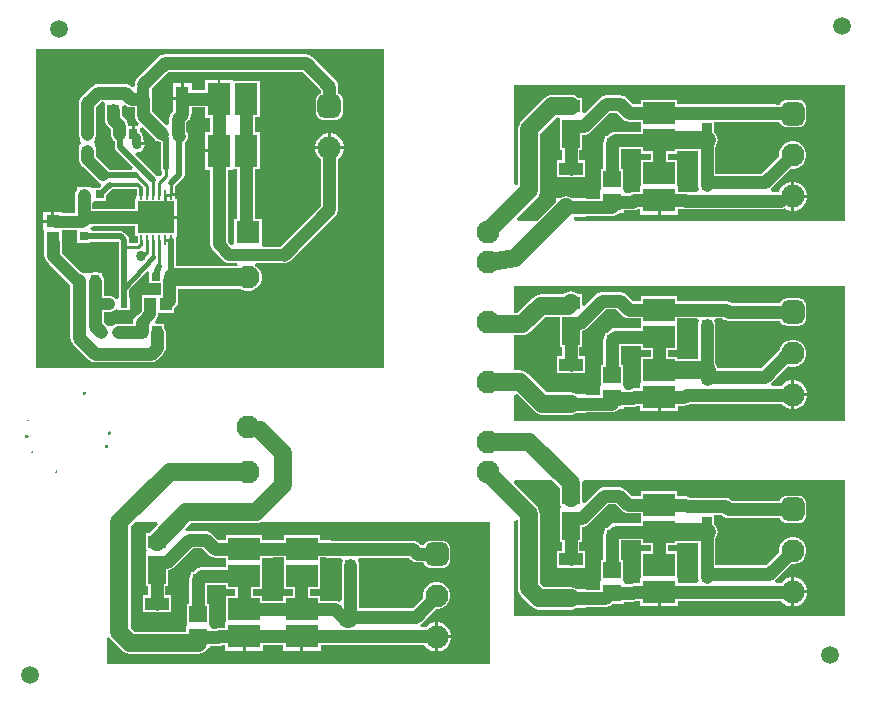
<source format=gtl>
G04*
G04 #@! TF.GenerationSoftware,Altium Limited,Altium Designer,23.1.1 (15)*
G04*
G04 Layer_Physical_Order=1*
G04 Layer_Color=255*
%FSLAX42Y42*%
%MOMM*%
G71*
G04*
G04 #@! TF.SameCoordinates,F7E502E2-2775-4CE4-A648-0EBC044B2D6D*
G04*
G04*
G04 #@! TF.FilePolarity,Positive*
G04*
G01*
G75*
%ADD11C,0.25*%
%ADD15C,0.50*%
%ADD20R,0.70X0.70*%
%ADD21R,1.00X1.10*%
%ADD22R,0.85X0.85*%
%ADD23R,2.71X1.90*%
%ADD24R,1.50X1.05*%
%ADD25R,1.50X2.40*%
%ADD26R,0.90X0.85*%
%ADD27R,2.05X1.10*%
%ADD28R,1.55X1.35*%
G04:AMPARAMS|DCode=29|XSize=0.91mm|YSize=0.24mm|CornerRadius=0.12mm|HoleSize=0mm|Usage=FLASHONLY|Rotation=270.000|XOffset=0mm|YOffset=0mm|HoleType=Round|Shape=RoundedRectangle|*
%AMROUNDEDRECTD29*
21,1,0.91,0.00,0,0,270.0*
21,1,0.67,0.24,0,0,270.0*
1,1,0.24,0.00,-0.33*
1,1,0.24,0.00,0.33*
1,1,0.24,0.00,0.33*
1,1,0.24,0.00,-0.33*
%
%ADD29ROUNDEDRECTD29*%
%ADD30R,0.24X0.91*%
%ADD31R,1.10X2.05*%
%ADD32R,1.10X0.90*%
%ADD33R,0.70X0.70*%
%ADD34R,0.85X0.90*%
%ADD35R,0.56X0.69*%
%ADD36R,1.90X2.71*%
%ADD37R,1.10X1.00*%
%ADD38R,0.80X0.95*%
%ADD39R,0.90X1.00*%
%ADD40R,0.90X0.70*%
%ADD41R,0.70X0.85*%
%ADD45R,3.10X2.70*%
%ADD58C,0.25*%
%ADD59C,1.50*%
%ADD60C,1.10*%
%ADD61C,0.30*%
%ADD62C,0.40*%
%ADD63C,1.00*%
%ADD64C,0.80*%
%ADD65C,1.52*%
%ADD66C,1.95*%
G04:AMPARAMS|DCode=67|XSize=1.95mm|YSize=1.95mm|CornerRadius=0.49mm|HoleSize=0mm|Usage=FLASHONLY|Rotation=270.000|XOffset=0mm|YOffset=0mm|HoleType=Round|Shape=RoundedRectangle|*
%AMROUNDEDRECTD67*
21,1,1.95,0.98,0,0,270.0*
21,1,0.98,1.95,0,0,270.0*
1,1,0.98,-0.49,-0.49*
1,1,0.98,-0.49,0.49*
1,1,0.98,0.49,0.49*
1,1,0.98,0.49,-0.49*
%
%ADD67ROUNDEDRECTD67*%
%ADD68C,1.94*%
%ADD69R,1.94X1.94*%
%ADD70C,0.86*%
G36*
X7100Y4050D02*
X4820D01*
X4807Y4075D01*
X4810Y4080D01*
X4908D01*
Y4087D01*
X5130D01*
X5149Y4090D01*
X5167Y4097D01*
X5182Y4109D01*
X5189Y4118D01*
X5233D01*
Y4137D01*
X5305D01*
X5324Y4140D01*
X5332Y4143D01*
X5342Y4147D01*
X5342Y4147D01*
X5369D01*
Y4100D01*
X5517D01*
Y4221D01*
X5543D01*
Y4100D01*
X5691D01*
Y4147D01*
X5743D01*
X5750Y4146D01*
X6561D01*
X6580Y4149D01*
X6591Y4154D01*
X6613Y4141D01*
X6644Y4133D01*
X6647D01*
Y4256D01*
Y4379D01*
X6644D01*
X6613Y4370D01*
X6585Y4354D01*
X6562Y4331D01*
X6546Y4303D01*
X6543Y4294D01*
X6485D01*
X6477Y4319D01*
X6480Y4322D01*
X6649Y4490D01*
X6675D01*
X6705Y4498D01*
X6731Y4513D01*
X6753Y4535D01*
X6768Y4561D01*
X6776Y4591D01*
Y4621D01*
X6768Y4650D01*
X6753Y4677D01*
X6731Y4698D01*
X6705Y4714D01*
X6675Y4721D01*
X6645D01*
X6616Y4714D01*
X6589Y4698D01*
X6568Y4677D01*
X6553Y4650D01*
X6545Y4621D01*
Y4595D01*
X6398Y4448D01*
X6004D01*
Y4674D01*
X6011Y4684D01*
X6021Y4706D01*
X6024Y4731D01*
X6021Y4755D01*
X6011Y4778D01*
X5996Y4797D01*
X5993Y4800D01*
Y4888D01*
X6485D01*
X6548Y4886D01*
X6553Y4873D01*
X6564Y4860D01*
X6578Y4849D01*
X6594Y4842D01*
X6611Y4840D01*
X6709D01*
X6726Y4842D01*
X6743Y4849D01*
X6757Y4860D01*
X6767Y4873D01*
X6774Y4890D01*
X6776Y4907D01*
Y5005D01*
X6774Y5022D01*
X6767Y5038D01*
X6757Y5052D01*
X6743Y5063D01*
X6726Y5070D01*
X6709Y5072D01*
X6611D01*
X6594Y5070D01*
X6578Y5063D01*
X6564Y5052D01*
X6553Y5038D01*
X6551Y5033D01*
X6488Y5035D01*
X6487Y5035D01*
X6486Y5035D01*
X5750D01*
X5743Y5035D01*
X5683D01*
Y5074D01*
X5377D01*
Y5035D01*
X5308D01*
X5252Y5090D01*
X5237Y5102D01*
X5227Y5106D01*
X5219Y5109D01*
X5200Y5112D01*
X5082D01*
X5062Y5109D01*
X5055Y5106D01*
X5045Y5102D01*
X5029Y5090D01*
X4899Y4960D01*
X4873Y4970D01*
Y5015D01*
X4874Y5021D01*
X4873Y5027D01*
Y5091D01*
X4841D01*
X4827Y5102D01*
X4804Y5111D01*
X4780Y5115D01*
X4625D01*
X4625Y5115D01*
X4601Y5111D01*
X4578Y5102D01*
X4559Y5087D01*
X4559Y5087D01*
X4363Y4892D01*
X4349Y4872D01*
X4339Y4850D01*
X4336Y4825D01*
X4336Y4825D01*
Y4356D01*
X4325Y4348D01*
X4300Y4361D01*
Y5200D01*
X7100D01*
Y4050D01*
D02*
G37*
G36*
X5226Y4909D02*
X5241Y4897D01*
X5259Y4890D01*
X5278Y4887D01*
X5278Y4887D01*
X5377D01*
Y4848D01*
X5377D01*
Y4844D01*
X5377D01*
Y4804D01*
X5158D01*
X5138Y4802D01*
X5131Y4799D01*
X5121Y4795D01*
X5105Y4783D01*
X5087Y4764D01*
X5070D01*
Y4744D01*
X5066Y4740D01*
X5062Y4730D01*
X5059Y4722D01*
X5057Y4703D01*
Y4557D01*
X5056Y4554D01*
Y4491D01*
X5035D01*
Y4320D01*
X5027Y4304D01*
X5027D01*
Y4235D01*
X4908D01*
Y4241D01*
X4788D01*
X4787Y4242D01*
X4764Y4251D01*
X4740Y4255D01*
X4716Y4251D01*
X4693Y4242D01*
X4692Y4241D01*
X4652D01*
Y4206D01*
X4497Y4050D01*
X4336D01*
X4326Y4073D01*
X4496Y4243D01*
X4511Y4262D01*
X4520Y4285D01*
X4524Y4309D01*
X4524Y4309D01*
Y4787D01*
X4664Y4927D01*
X4664D01*
X4687Y4921D01*
Y4645D01*
X4706D01*
Y4564D01*
X4660D01*
Y4418D01*
X4774D01*
X4779Y4417D01*
X4780D01*
X4785Y4418D01*
X4901D01*
Y4564D01*
X4853D01*
Y4645D01*
X4873D01*
Y4775D01*
X4892D01*
X4911Y4777D01*
X4928Y4785D01*
X4944Y4796D01*
X5112Y4965D01*
X5170D01*
X5226Y4909D01*
D02*
G37*
G36*
X5857Y4350D02*
X5859Y4331D01*
X5864Y4319D01*
X5853Y4295D01*
X5852Y4294D01*
X5757D01*
X5750Y4295D01*
X5691D01*
Y4341D01*
X5683D01*
Y4564D01*
X5605D01*
Y4618D01*
X5683D01*
Y4637D01*
X5857D01*
Y4350D01*
D02*
G37*
G36*
X5377Y4618D02*
X5457D01*
Y4564D01*
X5377D01*
Y4341D01*
X5369D01*
Y4295D01*
X5315D01*
X5296Y4292D01*
X5278Y4285D01*
X5278Y4285D01*
X5248D01*
X5233Y4304D01*
X5226Y4326D01*
Y4491D01*
X5203D01*
Y4551D01*
X5204Y4554D01*
Y4657D01*
X5377D01*
Y4618D01*
D02*
G37*
G36*
X7100Y2350D02*
X4300D01*
Y2572D01*
X4325Y2583D01*
X4474Y2435D01*
X4474Y2435D01*
X4493Y2420D01*
X4516Y2410D01*
X4540Y2407D01*
X4780D01*
X4804Y2410D01*
X4827Y2420D01*
X4828Y2420D01*
X4908D01*
Y2427D01*
X5130D01*
X5149Y2430D01*
X5167Y2437D01*
X5182Y2449D01*
X5185Y2453D01*
X5233D01*
Y2472D01*
X5305D01*
X5324Y2475D01*
X5332Y2478D01*
X5342Y2482D01*
X5342Y2482D01*
X5369D01*
Y2435D01*
X5517D01*
Y2556D01*
X5543D01*
Y2435D01*
X5691D01*
Y2482D01*
X5739D01*
X5758Y2485D01*
X5765Y2488D01*
X5776Y2492D01*
X5788Y2501D01*
X6551D01*
X6558Y2502D01*
X6561D01*
X6562Y2500D01*
X6585Y2478D01*
X6613Y2461D01*
X6644Y2453D01*
X6647D01*
Y2576D01*
Y2699D01*
X6644D01*
X6613Y2690D01*
X6585Y2674D01*
X6562Y2651D01*
X6561Y2650D01*
X6552D01*
X6545Y2649D01*
X6481D01*
X6473Y2674D01*
X6475Y2676D01*
X6617Y2818D01*
X6645Y2810D01*
X6675D01*
X6705Y2818D01*
X6731Y2833D01*
X6753Y2855D01*
X6768Y2881D01*
X6776Y2911D01*
Y2941D01*
X6768Y2970D01*
X6753Y2997D01*
X6731Y3018D01*
X6705Y3034D01*
X6675Y3041D01*
X6645D01*
X6616Y3034D01*
X6589Y3018D01*
X6568Y2997D01*
X6553Y2970D01*
X6549Y2958D01*
X6393Y2802D01*
X6022D01*
X6021Y2810D01*
X6011Y2833D01*
X6004Y2843D01*
Y3167D01*
X6001Y3186D01*
X5996Y3198D01*
X6007Y3222D01*
X6008Y3223D01*
X6063D01*
X6078Y3212D01*
X6088Y3208D01*
X6096Y3205D01*
X6115Y3202D01*
X6549D01*
X6553Y3193D01*
X6564Y3180D01*
X6578Y3169D01*
X6594Y3162D01*
X6611Y3160D01*
X6709D01*
X6726Y3162D01*
X6743Y3169D01*
X6757Y3180D01*
X6767Y3193D01*
X6774Y3210D01*
X6776Y3227D01*
Y3325D01*
X6774Y3342D01*
X6767Y3358D01*
X6757Y3372D01*
X6743Y3383D01*
X6726Y3390D01*
X6709Y3392D01*
X6611D01*
X6594Y3390D01*
X6578Y3383D01*
X6564Y3372D01*
X6553Y3358D01*
X6549Y3350D01*
X6145D01*
X6131Y3361D01*
X6120Y3365D01*
X6113Y3368D01*
X6094Y3370D01*
X5750D01*
X5743Y3370D01*
X5683D01*
Y3409D01*
X5377D01*
Y3370D01*
X5302D01*
X5246Y3425D01*
X5231Y3437D01*
X5220Y3441D01*
X5213Y3445D01*
X5194Y3447D01*
X5047D01*
X5028Y3445D01*
X5021Y3441D01*
X5010Y3437D01*
X4995Y3425D01*
X4897Y3327D01*
X4873Y3337D01*
Y3350D01*
X4874Y3356D01*
X4873Y3362D01*
Y3426D01*
X4841D01*
X4827Y3437D01*
X4804Y3446D01*
X4780Y3450D01*
X4756Y3446D01*
X4733Y3437D01*
X4719Y3426D01*
X4687D01*
Y3425D01*
X4525D01*
X4525Y3425D01*
X4501Y3422D01*
X4478Y3413D01*
X4459Y3398D01*
X4459Y3398D01*
X4327Y3266D01*
X4300D01*
Y3500D01*
X7100D01*
Y2350D01*
D02*
G37*
G36*
X5853Y3222D02*
X5864Y3198D01*
X5859Y3186D01*
X5857Y3167D01*
Y2880D01*
X5683D01*
Y2899D01*
X5605D01*
Y2953D01*
X5683D01*
Y3179D01*
X5683D01*
Y3183D01*
X5683D01*
Y3222D01*
X5750D01*
X5757Y3223D01*
X5852D01*
X5853Y3222D01*
D02*
G37*
G36*
X3200Y2800D02*
X250D01*
Y5500D01*
X3200D01*
Y2800D01*
D02*
G37*
G36*
X5219Y3244D02*
X5235Y3232D01*
X5252Y3225D01*
X5272Y3222D01*
X5377D01*
Y3183D01*
X5377D01*
Y3179D01*
X5377D01*
Y3139D01*
X5158D01*
X5138Y3137D01*
X5121Y3130D01*
X5105Y3118D01*
X5087Y3099D01*
X5070D01*
Y3079D01*
X5066Y3075D01*
X5062Y3065D01*
X5059Y3057D01*
X5057Y3038D01*
Y2892D01*
X5056Y2889D01*
Y2826D01*
X5035D01*
Y2655D01*
X5027Y2639D01*
X5027D01*
Y2575D01*
X4908D01*
Y2581D01*
X4828D01*
X4827Y2582D01*
X4804Y2591D01*
X4780Y2595D01*
X4579D01*
X4420Y2754D01*
X4400Y2769D01*
X4378Y2778D01*
X4354Y2781D01*
X4354Y2781D01*
X4300D01*
Y3079D01*
X4366D01*
X4366Y3079D01*
X4391Y3082D01*
X4413Y3091D01*
X4433Y3106D01*
X4564Y3238D01*
X4687D01*
Y2980D01*
X4706D01*
Y2904D01*
X4660D01*
Y2758D01*
X4774D01*
X4779Y2757D01*
X4784Y2758D01*
X4901D01*
Y2904D01*
X4853D01*
Y2980D01*
X4873D01*
Y3112D01*
X4876Y3112D01*
X4894Y3120D01*
X4909Y3131D01*
X5078Y3300D01*
X5164D01*
X5219Y3244D01*
D02*
G37*
G36*
X5377Y2953D02*
X5457D01*
Y2899D01*
X5377D01*
Y2676D01*
X5369D01*
Y2630D01*
X5315D01*
X5296Y2627D01*
X5278Y2620D01*
X5278Y2620D01*
X5248D01*
X5233Y2639D01*
X5226Y2661D01*
Y2826D01*
X5203D01*
Y2887D01*
X5204Y2890D01*
Y2992D01*
X5377D01*
Y2953D01*
D02*
G37*
G36*
X665Y2603D02*
X666D01*
Y2602D01*
X667D01*
Y2602D01*
X668D01*
Y2601D01*
X669D01*
Y2601D01*
X670D01*
Y2600D01*
X671D01*
Y2600D01*
X671D01*
Y2599D01*
X672D01*
Y2599D01*
X672D01*
Y2598D01*
X673D01*
Y2598D01*
X673D01*
Y2597D01*
X674D01*
Y2597D01*
X674D01*
Y2596D01*
X675D01*
Y2595D01*
X675D01*
Y2594D01*
X676D01*
Y2590D01*
X676D01*
Y2587D01*
X676D01*
Y2584D01*
X675D01*
Y2583D01*
X675D01*
Y2582D01*
X674D01*
Y2581D01*
X674D01*
Y2580D01*
X673D01*
Y2579D01*
X673D01*
Y2578D01*
X672D01*
Y2578D01*
X672D01*
Y2577D01*
X671D01*
Y2576D01*
X671D01*
Y2576D01*
X670D01*
Y2575D01*
X670D01*
Y2575D01*
X669D01*
Y2574D01*
X669D01*
Y2574D01*
X668D01*
Y2573D01*
X667D01*
Y2573D01*
X667D01*
Y2572D01*
X666D01*
Y2572D01*
X664D01*
Y2571D01*
X659D01*
Y2572D01*
X656D01*
Y2572D01*
X655D01*
Y2573D01*
X654D01*
Y2573D01*
X654D01*
Y2574D01*
X653D01*
Y2574D01*
X652D01*
Y2575D01*
X652D01*
Y2575D01*
X651D01*
Y2576D01*
X651D01*
Y2576D01*
X650D01*
Y2577D01*
X650D01*
Y2578D01*
X649D01*
Y2579D01*
X649D01*
Y2579D01*
X648D01*
Y2580D01*
X648D01*
Y2582D01*
X647D01*
Y2585D01*
X647D01*
Y2587D01*
X647D01*
Y2589D01*
X648D01*
Y2592D01*
X648D01*
Y2593D01*
X649D01*
Y2594D01*
X649D01*
Y2594D01*
X650D01*
Y2595D01*
X650D01*
Y2596D01*
X651D01*
Y2596D01*
X651D01*
Y2597D01*
X652D01*
Y2598D01*
X652D01*
Y2598D01*
X653D01*
Y2599D01*
X653D01*
Y2599D01*
X654D01*
Y2600D01*
X654D01*
Y2600D01*
X654D01*
Y2601D01*
X655D01*
Y2601D01*
X656D01*
Y2602D01*
X657D01*
Y2602D01*
X659D01*
Y2603D01*
X660D01*
Y2603D01*
X665D01*
Y2603D01*
D02*
G37*
G36*
X170Y2365D02*
X194D01*
Y2364D01*
X194D01*
Y2363D01*
X194D01*
Y2362D01*
X193D01*
Y2360D01*
X193D01*
Y2358D01*
X192D01*
Y2356D01*
X192D01*
Y2355D01*
X191D01*
Y2353D01*
X191D01*
Y2350D01*
X191D01*
Y2350D01*
X190D01*
Y2350D01*
X189D01*
Y2351D01*
X188D01*
Y2351D01*
X187D01*
Y2352D01*
X187D01*
Y2352D01*
X186D01*
Y2353D01*
X185D01*
Y2353D01*
X185D01*
Y2354D01*
X184D01*
Y2354D01*
X183D01*
Y2355D01*
X182D01*
Y2355D01*
X182D01*
Y2356D01*
X181D01*
Y2356D01*
X180D01*
Y2356D01*
X180D01*
Y2357D01*
X179D01*
Y2357D01*
X178D01*
Y2358D01*
X178D01*
Y2358D01*
X177D01*
Y2359D01*
X176D01*
Y2359D01*
X175D01*
Y2360D01*
X175D01*
Y2360D01*
X174D01*
Y2361D01*
X173D01*
Y2361D01*
X173D01*
Y2362D01*
X172D01*
Y2362D01*
X171D01*
Y2363D01*
X170D01*
Y2363D01*
X170D01*
Y2364D01*
X169D01*
Y2364D01*
X168D01*
Y2365D01*
X169D01*
Y2365D01*
X170D01*
Y2365D01*
D02*
G37*
G36*
X877Y2265D02*
X879D01*
Y2265D01*
X880D01*
Y2264D01*
X882D01*
Y2264D01*
X882D01*
Y2264D01*
X883D01*
Y2263D01*
X884D01*
Y2263D01*
X885D01*
Y2262D01*
X886D01*
Y2262D01*
X886D01*
Y2261D01*
X887D01*
Y2261D01*
X887D01*
Y2260D01*
X888D01*
Y2259D01*
X888D01*
Y2258D01*
X889D01*
Y2256D01*
X889D01*
Y2255D01*
X890D01*
Y2249D01*
X889D01*
Y2247D01*
X889D01*
Y2245D01*
X888D01*
Y2244D01*
X888D01*
Y2244D01*
X887D01*
Y2243D01*
X887D01*
Y2242D01*
X886D01*
Y2242D01*
X886D01*
Y2241D01*
X885D01*
Y2241D01*
X884D01*
Y2240D01*
X884D01*
Y2240D01*
X883D01*
Y2239D01*
X882D01*
Y2239D01*
X881D01*
Y2238D01*
X880D01*
Y2238D01*
X878D01*
Y2237D01*
X876D01*
Y2237D01*
X871D01*
Y2237D01*
X870D01*
Y2238D01*
X868D01*
Y2238D01*
X867D01*
Y2239D01*
X866D01*
Y2239D01*
X865D01*
Y2240D01*
X865D01*
Y2240D01*
X864D01*
Y2241D01*
X863D01*
Y2241D01*
X862D01*
Y2242D01*
X862D01*
Y2243D01*
X861D01*
Y2244D01*
X861D01*
Y2246D01*
X860D01*
Y2246D01*
X860D01*
Y2247D01*
X859D01*
Y2249D01*
X859D01*
Y2251D01*
X858D01*
Y2252D01*
X859D01*
Y2255D01*
X859D01*
Y2256D01*
X860D01*
Y2258D01*
X860D01*
Y2258D01*
X861D01*
Y2260D01*
X861D01*
Y2260D01*
X862D01*
Y2261D01*
X862D01*
Y2261D01*
X863D01*
Y2262D01*
X863D01*
Y2262D01*
X864D01*
Y2263D01*
X864D01*
Y2263D01*
X865D01*
Y2264D01*
X865D01*
Y2264D01*
X866D01*
Y2264D01*
X867D01*
Y2265D01*
X868D01*
Y2265D01*
X870D01*
Y2266D01*
X877D01*
Y2265D01*
D02*
G37*
G36*
X179Y2237D02*
X181D01*
Y2236D01*
X182D01*
Y2236D01*
X183D01*
Y2235D01*
X184D01*
Y2235D01*
X185D01*
Y2234D01*
X185D01*
Y2234D01*
X186D01*
Y2233D01*
X187D01*
Y2232D01*
X188D01*
Y2231D01*
X188D01*
Y2231D01*
X189D01*
Y2230D01*
X189D01*
Y2229D01*
X190D01*
Y2228D01*
X190D01*
Y2227D01*
X191D01*
Y2225D01*
X191D01*
Y2220D01*
X191D01*
Y2219D01*
X190D01*
Y2218D01*
X190D01*
Y2217D01*
X189D01*
Y2216D01*
X189D01*
Y2215D01*
X188D01*
Y2215D01*
X188D01*
Y2214D01*
X187D01*
Y2214D01*
X187D01*
Y2213D01*
X186D01*
Y2213D01*
X186D01*
Y2212D01*
X185D01*
Y2212D01*
X185D01*
Y2211D01*
X184D01*
Y2211D01*
X183D01*
Y2211D01*
X182D01*
Y2210D01*
X181D01*
Y2210D01*
X180D01*
Y2209D01*
X178D01*
Y2209D01*
X176D01*
Y2208D01*
X174D01*
Y2209D01*
X171D01*
Y2209D01*
X169D01*
Y2210D01*
X168D01*
Y2210D01*
X167D01*
Y2211D01*
X166D01*
Y2211D01*
X166D01*
Y2211D01*
X165D01*
Y2212D01*
X165D01*
Y2212D01*
X164D01*
Y2213D01*
X164D01*
Y2213D01*
X163D01*
Y2214D01*
X163D01*
Y2215D01*
X162D01*
Y2215D01*
X162D01*
Y2216D01*
X161D01*
Y2217D01*
X161D01*
Y2218D01*
X160D01*
Y2220D01*
X160D01*
Y2226D01*
X160D01*
Y2227D01*
X161D01*
Y2228D01*
X161D01*
Y2230D01*
X162D01*
Y2230D01*
X162D01*
Y2231D01*
X163D01*
Y2232D01*
X163D01*
Y2232D01*
X164D01*
Y2233D01*
X164D01*
Y2233D01*
X165D01*
Y2234D01*
X165D01*
Y2234D01*
X166D01*
Y2235D01*
X166D01*
Y2235D01*
X167D01*
Y2236D01*
X169D01*
Y2236D01*
X170D01*
Y2237D01*
X172D01*
Y2237D01*
X179D01*
Y2237D01*
D02*
G37*
G36*
X850Y2153D02*
X851D01*
Y2153D01*
X851D01*
Y2152D01*
X854D01*
Y2152D01*
X855D01*
Y2151D01*
X857D01*
Y2151D01*
X858D01*
Y2150D01*
X859D01*
Y2150D01*
X860D01*
Y2149D01*
X860D01*
Y2149D01*
X861D01*
Y2148D01*
X861D01*
Y2148D01*
X862D01*
Y2147D01*
X862D01*
Y2147D01*
X863D01*
Y2146D01*
X863D01*
Y2146D01*
X864D01*
Y2145D01*
X864D01*
Y2144D01*
X865D01*
Y2144D01*
X865D01*
Y2142D01*
X865D01*
Y2141D01*
X866D01*
Y2140D01*
X866D01*
Y2137D01*
X867D01*
Y2136D01*
X866D01*
Y2133D01*
X866D01*
Y2132D01*
X865D01*
Y2131D01*
X865D01*
Y2131D01*
X865D01*
Y2130D01*
X864D01*
Y2129D01*
X864D01*
Y2129D01*
X863D01*
Y2128D01*
X863D01*
Y2128D01*
X862D01*
Y2127D01*
X862D01*
Y2127D01*
X861D01*
Y2126D01*
X860D01*
Y2126D01*
X859D01*
Y2125D01*
X859D01*
Y2125D01*
X858D01*
Y2124D01*
X857D01*
Y2124D01*
X856D01*
Y2123D01*
X850D01*
Y2124D01*
X848D01*
Y2124D01*
X847D01*
Y2125D01*
X845D01*
Y2125D01*
X845D01*
Y2126D01*
X844D01*
Y2126D01*
X843D01*
Y2127D01*
X842D01*
Y2127D01*
X841D01*
Y2128D01*
X841D01*
Y2128D01*
X840D01*
Y2129D01*
X840D01*
Y2129D01*
X839D01*
Y2130D01*
X839D01*
Y2131D01*
X838D01*
Y2131D01*
X838D01*
Y2132D01*
X837D01*
Y2132D01*
X837D01*
Y2133D01*
X836D01*
Y2135D01*
X836D01*
Y2137D01*
X835D01*
Y2141D01*
X836D01*
Y2143D01*
X836D01*
Y2144D01*
X837D01*
Y2145D01*
X837D01*
Y2145D01*
X838D01*
Y2146D01*
X838D01*
Y2147D01*
X839D01*
Y2148D01*
X839D01*
Y2148D01*
X839D01*
Y2149D01*
X840D01*
Y2149D01*
X841D01*
Y2150D01*
X841D01*
Y2150D01*
X842D01*
Y2151D01*
X843D01*
Y2151D01*
X845D01*
Y2152D01*
X846D01*
Y2152D01*
X847D01*
Y2153D01*
X847D01*
Y2153D01*
X848D01*
Y2154D01*
X850D01*
Y2153D01*
D02*
G37*
G36*
X222Y2099D02*
X223D01*
Y2098D01*
X223D01*
Y2097D01*
X224D01*
Y2096D01*
X224D01*
Y2095D01*
X225D01*
Y2094D01*
X225D01*
Y2093D01*
X226D01*
Y2092D01*
X226D01*
Y2092D01*
X227D01*
Y2091D01*
X227D01*
Y2090D01*
X228D01*
Y2089D01*
X228D01*
Y2088D01*
X229D01*
Y2088D01*
X229D01*
Y2086D01*
X228D01*
Y2085D01*
X225D01*
Y2085D01*
X223D01*
Y2084D01*
X220D01*
Y2084D01*
X218D01*
Y2083D01*
X217D01*
Y2083D01*
X214D01*
Y2082D01*
X212D01*
Y2082D01*
X210D01*
Y2081D01*
X209D01*
Y2081D01*
X208D01*
Y2080D01*
X205D01*
Y2081D01*
X205D01*
Y2081D01*
X205D01*
Y2082D01*
X206D01*
Y2082D01*
X206D01*
Y2083D01*
X207D01*
Y2084D01*
X208D01*
Y2084D01*
X208D01*
Y2085D01*
X209D01*
Y2085D01*
X209D01*
Y2086D01*
X210D01*
Y2086D01*
X210D01*
Y2087D01*
X211D01*
Y2087D01*
X211D01*
Y2088D01*
X212D01*
Y2088D01*
X212D01*
Y2089D01*
X213D01*
Y2089D01*
X213D01*
Y2090D01*
X214D01*
Y2090D01*
X214D01*
Y2091D01*
X215D01*
Y2092D01*
X215D01*
Y2092D01*
X216D01*
Y2093D01*
X216D01*
Y2093D01*
X217D01*
Y2094D01*
X217D01*
Y2095D01*
X217D01*
Y2095D01*
X218D01*
Y2096D01*
X218D01*
Y2096D01*
X219D01*
Y2097D01*
X219D01*
Y2097D01*
X220D01*
Y2098D01*
X220D01*
Y2098D01*
X221D01*
Y2099D01*
X221D01*
Y2099D01*
X222D01*
Y2099D01*
D02*
G37*
G36*
X429Y1939D02*
X429D01*
Y1938D01*
X429D01*
Y1922D01*
Y1921D01*
Y1916D01*
X429D01*
Y1915D01*
X429D01*
Y1914D01*
X428D01*
Y1915D01*
X427D01*
Y1915D01*
X425D01*
Y1916D01*
X422D01*
Y1916D01*
X421D01*
Y1917D01*
X418D01*
Y1917D01*
X417D01*
Y1918D01*
X416D01*
Y1918D01*
X416D01*
Y1921D01*
X416D01*
Y1921D01*
X416D01*
Y1922D01*
X417D01*
Y1923D01*
X417D01*
Y1924D01*
X418D01*
Y1925D01*
X418D01*
Y1925D01*
X419D01*
Y1926D01*
X419D01*
Y1927D01*
X420D01*
Y1928D01*
X420D01*
Y1928D01*
X421D01*
Y1929D01*
X421D01*
Y1930D01*
X422D01*
Y1931D01*
X422D01*
Y1932D01*
X423D01*
Y1932D01*
X423D01*
Y1933D01*
X424D01*
Y1933D01*
X424D01*
Y1934D01*
X425D01*
Y1935D01*
X425D01*
Y1936D01*
X426D01*
Y1936D01*
X426D01*
Y1937D01*
X427D01*
Y1938D01*
X427D01*
Y1939D01*
X428D01*
Y1939D01*
X428D01*
Y1940D01*
X429D01*
Y1939D01*
D02*
G37*
G36*
X7100Y700D02*
X4300D01*
Y1505D01*
X4325Y1518D01*
X4331Y1514D01*
Y939D01*
X4331Y939D01*
X4334Y915D01*
X4344Y893D01*
X4359Y873D01*
X4447Y785D01*
X4447Y785D01*
X4467Y770D01*
X4489Y760D01*
X4514Y757D01*
X4514Y757D01*
X4780D01*
X4804Y760D01*
X4827Y770D01*
X4828Y770D01*
X4908D01*
Y777D01*
X5073D01*
X5092Y780D01*
X5099Y783D01*
X5109Y787D01*
X5125Y799D01*
X5131Y805D01*
X5233D01*
Y825D01*
X5308D01*
X5327Y827D01*
X5339Y832D01*
X5369D01*
Y785D01*
X5517D01*
Y906D01*
X5543D01*
Y785D01*
X5691D01*
Y832D01*
X5743D01*
X5750Y831D01*
X6296D01*
X6303Y832D01*
X6561D01*
X6562Y830D01*
X6585Y808D01*
X6613Y791D01*
X6644Y783D01*
X6647D01*
Y906D01*
Y1029D01*
X6644D01*
X6613Y1020D01*
X6585Y1004D01*
X6562Y981D01*
X6561Y980D01*
X6522D01*
X6514Y1001D01*
X6513Y1005D01*
X6649Y1140D01*
X6675D01*
X6705Y1148D01*
X6731Y1163D01*
X6753Y1185D01*
X6768Y1211D01*
X6776Y1241D01*
Y1271D01*
X6768Y1300D01*
X6753Y1327D01*
X6731Y1348D01*
X6705Y1364D01*
X6675Y1371D01*
X6645D01*
X6616Y1364D01*
X6589Y1348D01*
X6568Y1327D01*
X6553Y1300D01*
X6545Y1271D01*
Y1245D01*
X6430Y1130D01*
X6004D01*
Y1359D01*
X6011Y1369D01*
X6021Y1391D01*
X6024Y1416D01*
X6021Y1440D01*
X6011Y1463D01*
X5996Y1482D01*
X5993Y1485D01*
Y1556D01*
X6058D01*
X6061Y1554D01*
X6061Y1554D01*
X6066Y1550D01*
X6076Y1542D01*
X6085Y1538D01*
X6094Y1535D01*
X6113Y1532D01*
X6549D01*
X6553Y1523D01*
X6564Y1510D01*
X6578Y1499D01*
X6594Y1492D01*
X6611Y1490D01*
X6709D01*
X6726Y1492D01*
X6743Y1499D01*
X6757Y1510D01*
X6767Y1523D01*
X6774Y1540D01*
X6776Y1557D01*
Y1655D01*
X6774Y1672D01*
X6767Y1688D01*
X6757Y1702D01*
X6743Y1713D01*
X6726Y1720D01*
X6709Y1722D01*
X6611D01*
X6594Y1720D01*
X6578Y1713D01*
X6564Y1702D01*
X6553Y1688D01*
X6549Y1680D01*
X6143D01*
X6141Y1682D01*
X6126Y1694D01*
X6115Y1698D01*
X6108Y1701D01*
X6089Y1704D01*
X5794D01*
X5786Y1710D01*
X5776Y1714D01*
X5769Y1717D01*
X5750Y1720D01*
X5683D01*
Y1759D01*
X5377D01*
Y1720D01*
X5296D01*
X5243Y1773D01*
X5227Y1785D01*
X5217Y1789D01*
X5210Y1792D01*
X5190Y1795D01*
X5066D01*
X5047Y1792D01*
X5040Y1789D01*
X5029Y1785D01*
X5014Y1773D01*
X4899Y1658D01*
X4873Y1668D01*
Y1697D01*
X4874Y1703D01*
Y1826D01*
X4874Y1826D01*
X4873Y1831D01*
X4890Y1850D01*
X7100D01*
Y700D01*
D02*
G37*
G36*
X4100Y300D02*
X850D01*
Y520D01*
X875Y525D01*
X879Y517D01*
X894Y497D01*
X982Y410D01*
X982Y410D01*
X1001Y395D01*
X1024Y385D01*
X1048Y382D01*
X1048Y382D01*
X1625D01*
X1649Y385D01*
X1672Y395D01*
X1691Y410D01*
X1706Y428D01*
X1728D01*
Y447D01*
X1798D01*
X1817Y450D01*
X1831Y456D01*
X1856D01*
Y409D01*
X2004D01*
Y529D01*
X2029D01*
Y409D01*
X2177D01*
Y456D01*
X2258D01*
X2261Y456D01*
X2341D01*
Y409D01*
X2489D01*
Y530D01*
X2514D01*
Y409D01*
X2662D01*
Y456D01*
X2905D01*
X2907Y456D01*
X3499D01*
X3506Y457D01*
X3542D01*
X3547Y450D01*
X3570Y427D01*
X3598Y410D01*
X3629Y402D01*
X3632D01*
Y525D01*
Y648D01*
X3629D01*
X3598Y640D01*
X3570Y623D01*
X3551Y605D01*
X3509D01*
X3503Y630D01*
X3509Y632D01*
X3524Y644D01*
X3640Y760D01*
X3660D01*
X3690Y767D01*
X3716Y783D01*
X3737Y804D01*
X3753Y830D01*
X3761Y860D01*
Y890D01*
X3753Y920D01*
X3737Y946D01*
X3716Y967D01*
X3690Y983D01*
X3660Y991D01*
X3630D01*
X3600Y983D01*
X3574Y967D01*
X3553Y946D01*
X3537Y920D01*
X3530Y890D01*
Y860D01*
X3530Y858D01*
X3442Y770D01*
X2989D01*
Y1136D01*
X2986Y1155D01*
X2981Y1167D01*
X2992Y1191D01*
X2993Y1192D01*
X3412D01*
X3426Y1179D01*
X3441Y1167D01*
X3451Y1163D01*
X3459Y1160D01*
X3478Y1157D01*
X3532D01*
X3538Y1143D01*
X3549Y1129D01*
X3563Y1118D01*
X3579Y1111D01*
X3596Y1109D01*
X3694D01*
X3711Y1111D01*
X3727Y1118D01*
X3741Y1129D01*
X3752Y1143D01*
X3759Y1159D01*
X3761Y1176D01*
Y1274D01*
X3759Y1291D01*
X3752Y1307D01*
X3741Y1321D01*
X3727Y1332D01*
X3711Y1339D01*
X3694Y1341D01*
X3596D01*
X3579Y1339D01*
X3563Y1332D01*
X3549Y1321D01*
X3538Y1307D01*
X3537Y1305D01*
X3508D01*
X3495Y1318D01*
X3480Y1330D01*
X3469Y1334D01*
X3462Y1337D01*
X3443Y1340D01*
X2754D01*
X2747Y1342D01*
X2728Y1345D01*
X2656D01*
Y1384D01*
X2349D01*
Y1345D01*
X2258D01*
X2255Y1345D01*
X2168D01*
Y1384D01*
X1862D01*
Y1345D01*
X1797D01*
X1742Y1400D01*
X1726Y1412D01*
X1716Y1416D01*
X1709Y1420D01*
X1689Y1422D01*
X1549D01*
X1530Y1420D01*
X1530Y1419D01*
X1515Y1441D01*
X1562Y1487D01*
X2112D01*
X2112Y1487D01*
X2136Y1490D01*
X2159Y1500D01*
X2159Y1500D01*
X4100D01*
Y300D01*
D02*
G37*
G36*
X5857Y1035D02*
X5859Y1016D01*
X5864Y1004D01*
X5853Y980D01*
X5852Y979D01*
X5757D01*
X5750Y980D01*
X5691D01*
Y1026D01*
X5683D01*
Y1249D01*
X5605D01*
Y1303D01*
X5683D01*
Y1322D01*
X5857D01*
Y1035D01*
D02*
G37*
G36*
X5377Y1303D02*
X5457D01*
Y1249D01*
X5377D01*
Y1026D01*
X5369D01*
Y980D01*
X5315D01*
X5296Y977D01*
X5284Y972D01*
X5248D01*
X5233Y991D01*
X5226Y1014D01*
Y1179D01*
X5203D01*
Y1238D01*
X5204Y1241D01*
Y1342D01*
X5377D01*
Y1303D01*
D02*
G37*
G36*
X4686Y1788D02*
Y1703D01*
X4687Y1697D01*
Y1633D01*
X4698D01*
X4701Y1629D01*
X4688Y1604D01*
X4687D01*
Y1328D01*
X4707D01*
Y1254D01*
X4660D01*
Y1108D01*
X4775D01*
X4780Y1107D01*
X4785Y1108D01*
X4901D01*
Y1254D01*
X4854D01*
Y1328D01*
X4873D01*
Y1457D01*
X4876D01*
X4895Y1460D01*
X4913Y1467D01*
X4928Y1479D01*
X5097Y1647D01*
X5160D01*
X5213Y1594D01*
X5229Y1582D01*
X5246Y1575D01*
X5265Y1572D01*
X5377D01*
Y1533D01*
X5377D01*
Y1529D01*
X5377D01*
Y1489D01*
X5160D01*
X5141Y1487D01*
X5123Y1480D01*
X5108Y1468D01*
X5087Y1446D01*
X5070D01*
Y1427D01*
X5066Y1423D01*
X5062Y1412D01*
X5059Y1405D01*
X5057Y1386D01*
Y1243D01*
X5056Y1240D01*
Y1179D01*
X5035D01*
Y1008D01*
X5027Y991D01*
X5027D01*
Y925D01*
X4908D01*
Y931D01*
X4828D01*
X4827Y932D01*
X4804Y941D01*
X4780Y945D01*
X4552D01*
X4519Y978D01*
Y1570D01*
X4519Y1570D01*
X4516Y1594D01*
X4506Y1616D01*
X4491Y1636D01*
X4491Y1636D01*
X4303Y1825D01*
X4306Y1850D01*
X4624D01*
X4686Y1788D01*
D02*
G37*
G36*
X2349Y1158D02*
X2349D01*
Y1154D01*
X2349D01*
Y928D01*
X2426D01*
Y873D01*
X2348D01*
Y833D01*
X2258D01*
X2255Y833D01*
X2170D01*
Y873D01*
X2088D01*
Y928D01*
X2168D01*
Y1154D01*
X2168D01*
Y1158D01*
X2168D01*
Y1197D01*
X2258D01*
X2261Y1198D01*
X2349D01*
Y1158D01*
D02*
G37*
G36*
X2714Y1195D02*
X2733Y1192D01*
X2837D01*
X2838Y1191D01*
X2849Y1167D01*
X2844Y1155D01*
X2842Y1136D01*
Y838D01*
X2818Y824D01*
X2808Y828D01*
X2800Y831D01*
X2781Y833D01*
X2655D01*
Y873D01*
X2573D01*
Y928D01*
X2656D01*
Y1154D01*
X2656D01*
Y1158D01*
X2656D01*
Y1198D01*
X2707D01*
X2714Y1195D01*
D02*
G37*
G36*
X1862Y928D02*
X1941D01*
Y873D01*
X1863D01*
Y650D01*
X1856D01*
Y603D01*
X1806D01*
X1787Y600D01*
X1773Y595D01*
X1743D01*
X1728Y614D01*
X1721Y636D01*
Y801D01*
X1697D01*
Y851D01*
X1699Y867D01*
Y967D01*
X1862D01*
Y928D01*
D02*
G37*
G36*
X1286Y1477D02*
X1213Y1404D01*
X1182D01*
Y1339D01*
X1181Y1333D01*
X1182Y1327D01*
Y1263D01*
X1193D01*
X1196Y1259D01*
X1183Y1234D01*
X1182D01*
Y958D01*
X1201D01*
Y879D01*
X1155D01*
Y733D01*
X1270D01*
X1275Y732D01*
X1275D01*
X1280Y733D01*
X1396D01*
Y879D01*
X1349D01*
Y958D01*
X1368D01*
Y1088D01*
X1381Y1090D01*
X1398Y1097D01*
X1414Y1109D01*
X1580Y1275D01*
X1659D01*
X1715Y1219D01*
X1730Y1207D01*
X1748Y1200D01*
X1767Y1197D01*
X1862D01*
Y1158D01*
X1862D01*
Y1154D01*
X1862D01*
Y1114D01*
X1653D01*
X1633Y1112D01*
X1616Y1105D01*
X1600Y1093D01*
X1589Y1078D01*
X1589Y1077D01*
X1588Y1077D01*
X1584Y1074D01*
X1565D01*
Y1054D01*
X1561Y1050D01*
X1554Y1032D01*
X1552Y1013D01*
Y882D01*
X1549Y865D01*
Y801D01*
X1530D01*
Y630D01*
X1522Y614D01*
X1522D01*
Y570D01*
X1087D01*
X1054Y603D01*
Y1460D01*
X1094Y1500D01*
X1276D01*
X1286Y1477D01*
D02*
G37*
%LPC*%
G36*
X6676Y4379D02*
X6673D01*
Y4269D01*
X6783D01*
Y4272D01*
X6775Y4303D01*
X6759Y4331D01*
X6736Y4354D01*
X6708Y4370D01*
X6676Y4379D01*
D02*
G37*
G36*
X6783Y4243D02*
X6673D01*
Y4133D01*
X6676D01*
X6708Y4141D01*
X6736Y4158D01*
X6759Y4180D01*
X6775Y4208D01*
X6783Y4240D01*
Y4243D01*
D02*
G37*
G36*
X6676Y2699D02*
X6673D01*
Y2589D01*
X6783D01*
Y2592D01*
X6775Y2623D01*
X6759Y2651D01*
X6736Y2674D01*
X6708Y2690D01*
X6676Y2699D01*
D02*
G37*
G36*
X6783Y2563D02*
X6673D01*
Y2453D01*
X6676D01*
X6708Y2461D01*
X6736Y2478D01*
X6759Y2500D01*
X6775Y2528D01*
X6783Y2560D01*
Y2563D01*
D02*
G37*
G36*
X1480Y5211D02*
X1412D01*
Y5095D01*
X1480D01*
Y5211D01*
D02*
G37*
G36*
X1344Y5458D02*
X1335Y5457D01*
X1325Y5456D01*
X1307Y5449D01*
X1292Y5437D01*
X1110Y5255D01*
X1099Y5240D01*
X1091Y5222D01*
X1089Y5203D01*
X1089Y5198D01*
Y5190D01*
X1066Y5181D01*
X1062Y5185D01*
X1047Y5196D01*
X1036Y5201D01*
X1029Y5204D01*
X1010Y5206D01*
X778D01*
X778Y5206D01*
X759Y5204D01*
X741Y5196D01*
X726Y5185D01*
X635Y5094D01*
X624Y5079D01*
X616Y5061D01*
X614Y5042D01*
Y4783D01*
X616Y4764D01*
X624Y4746D01*
X624Y4745D01*
Y4730D01*
X624D01*
X630Y4704D01*
X624Y4696D01*
X624D01*
X621Y4672D01*
X616Y4662D01*
X614Y4643D01*
Y4570D01*
X616Y4551D01*
X624Y4534D01*
X635Y4518D01*
X651Y4507D01*
X657Y4504D01*
X774Y4386D01*
X789Y4375D01*
X798Y4372D01*
X805Y4351D01*
X805Y4343D01*
X787Y4325D01*
X743D01*
X743Y4325D01*
X719Y4327D01*
X717Y4329D01*
Y4333D01*
X679D01*
X677Y4334D01*
X657Y4336D01*
X638Y4334D01*
X636Y4333D01*
X596D01*
Y4303D01*
X594Y4299D01*
X586Y4282D01*
X584Y4263D01*
Y4159D01*
X584Y4159D01*
Y4115D01*
X477D01*
Y4121D01*
X409D01*
Y4045D01*
X396D01*
Y4032D01*
X316D01*
Y3970D01*
X323D01*
Y3837D01*
X324D01*
Y3750D01*
X326Y3731D01*
X334Y3713D01*
X345Y3698D01*
X361Y3687D01*
X367Y3684D01*
X544Y3507D01*
Y3058D01*
X546Y3039D01*
X549Y3032D01*
X554Y3021D01*
X565Y3006D01*
X700Y2871D01*
X715Y2860D01*
X725Y2855D01*
X733Y2852D01*
X752Y2850D01*
X1227D01*
X1246Y2852D01*
X1253Y2855D01*
X1264Y2860D01*
X1279Y2871D01*
X1330Y2922D01*
X1341Y2937D01*
X1349Y2955D01*
X1350Y2965D01*
X1351Y2974D01*
X1351Y2974D01*
Y3103D01*
X1349Y3122D01*
X1341Y3139D01*
X1340Y3140D01*
Y3171D01*
X1304D01*
X1297Y3174D01*
X1277Y3176D01*
X1269Y3175D01*
X1257Y3199D01*
X1266Y3208D01*
X1277Y3222D01*
X1284Y3239D01*
X1285Y3246D01*
X1289Y3270D01*
X1425D01*
Y3308D01*
X1434Y3315D01*
X1446Y3330D01*
X1453Y3348D01*
X1455Y3367D01*
Y3475D01*
X1980D01*
X2003Y3461D01*
X2032Y3454D01*
X2063D01*
X2092Y3461D01*
X2118Y3477D01*
X2140Y3498D01*
X2155Y3524D01*
X2163Y3554D01*
Y3584D01*
X2155Y3613D01*
X2140Y3639D01*
X2118Y3661D01*
X2108Y3666D01*
X2115Y3692D01*
X2326D01*
X2332Y3689D01*
X2351Y3687D01*
X2370Y3689D01*
X2388Y3697D01*
X2403Y3708D01*
X2790Y4095D01*
X2801Y4110D01*
X2809Y4128D01*
X2811Y4147D01*
Y4568D01*
X2813Y4569D01*
X2836Y4592D01*
X2852Y4620D01*
X2860Y4651D01*
Y4655D01*
X2737D01*
X2615D01*
Y4651D01*
X2623Y4620D01*
X2639Y4592D01*
X2662Y4569D01*
X2664Y4568D01*
Y4177D01*
X2315Y3829D01*
X2186D01*
X2163Y3835D01*
Y4065D01*
X2106D01*
Y4489D01*
X2146D01*
Y4796D01*
X2106D01*
Y4929D01*
X2146D01*
Y5236D01*
X1923D01*
Y5243D01*
X1815D01*
Y5083D01*
X1790D01*
Y5243D01*
X1682D01*
Y5156D01*
X1573D01*
Y5211D01*
X1505D01*
Y5083D01*
X1492D01*
Y5070D01*
X1412D01*
Y4975D01*
X1400Y4963D01*
X1389Y4948D01*
X1384Y4937D01*
X1381Y4930D01*
X1379Y4911D01*
Y4866D01*
X1353Y4856D01*
X1236Y4973D01*
Y5083D01*
X1235Y5087D01*
Y5172D01*
X1375Y5311D01*
X2507D01*
X2664Y5154D01*
Y5128D01*
X2655Y5125D01*
X2641Y5114D01*
X2630Y5100D01*
X2624Y5084D01*
X2621Y5066D01*
Y4969D01*
X2624Y4952D01*
X2630Y4935D01*
X2641Y4921D01*
X2655Y4911D01*
X2671Y4904D01*
X2689Y4902D01*
X2786D01*
X2804Y4904D01*
X2820Y4911D01*
X2834Y4921D01*
X2845Y4935D01*
X2851Y4952D01*
X2854Y4969D01*
Y5066D01*
X2851Y5084D01*
X2845Y5100D01*
X2834Y5114D01*
X2820Y5125D01*
X2811Y5128D01*
Y5185D01*
X2809Y5204D01*
X2801Y5222D01*
X2790Y5237D01*
X2590Y5437D01*
X2574Y5449D01*
X2564Y5453D01*
X2557Y5456D01*
X2537Y5458D01*
X1344D01*
X1344Y5458D01*
D02*
G37*
G36*
X2754Y4791D02*
X2750D01*
Y4680D01*
X2860D01*
Y4684D01*
X2852Y4715D01*
X2836Y4743D01*
X2813Y4766D01*
X2785Y4782D01*
X2754Y4791D01*
D02*
G37*
G36*
X2725D02*
X2721D01*
X2690Y4782D01*
X2662Y4766D01*
X2639Y4743D01*
X2623Y4715D01*
X2615Y4684D01*
Y4680D01*
X2725D01*
Y4791D01*
D02*
G37*
G36*
X384Y4121D02*
X316D01*
Y4058D01*
X384D01*
Y4121D01*
D02*
G37*
%LPD*%
G36*
X1008Y5031D02*
X1023Y5019D01*
X1033Y5015D01*
X1041Y5012D01*
X1060Y5009D01*
X1089D01*
Y4943D01*
X1091Y4924D01*
X1094Y4916D01*
X1099Y4906D01*
X1110Y4891D01*
X1125Y4876D01*
X1115Y4851D01*
X1088D01*
Y4783D01*
X1062D01*
Y4851D01*
X1034D01*
Y4855D01*
X1031Y4874D01*
X1027Y4883D01*
X1024Y4892D01*
X1012Y4907D01*
X981Y4938D01*
Y4983D01*
X980Y4987D01*
Y5022D01*
X1006Y5033D01*
X1008Y5031D01*
D02*
G37*
G36*
X834Y5046D02*
Y4987D01*
X834Y4983D01*
Y4908D01*
X836Y4889D01*
X839Y4881D01*
X844Y4871D01*
X855Y4856D01*
X886Y4825D01*
Y4783D01*
X889Y4764D01*
X896Y4746D01*
X907Y4732D01*
Y4722D01*
X919D01*
X921Y4720D01*
Y4674D01*
X925Y4657D01*
X934Y4643D01*
X1075Y4502D01*
X1065Y4479D01*
X875D01*
X871Y4483D01*
X761Y4594D01*
Y4643D01*
X759Y4662D01*
X751Y4679D01*
X750Y4680D01*
Y4696D01*
X750D01*
X745Y4721D01*
X750Y4730D01*
X750D01*
X754Y4753D01*
X759Y4764D01*
X761Y4783D01*
Y5012D01*
X809Y5059D01*
X815D01*
X834Y5046D01*
D02*
G37*
G36*
X1262Y4739D02*
Y4720D01*
X1287D01*
X1301Y4714D01*
X1310Y4713D01*
Y4498D01*
X1313Y4482D01*
X1323Y4467D01*
Y4444D01*
X1304Y4425D01*
X1275Y4425D01*
X1095Y4606D01*
X1095Y4609D01*
X1106Y4630D01*
X1117D01*
X1134Y4635D01*
X1150Y4644D01*
X1162Y4657D01*
X1171Y4672D01*
X1175Y4686D01*
X1108D01*
Y4712D01*
X1175D01*
X1171Y4725D01*
X1162Y4741D01*
X1155Y4748D01*
Y4762D01*
X1150Y4784D01*
X1138Y4804D01*
X1135Y4805D01*
Y4830D01*
X1161Y4840D01*
X1262Y4739D01*
D02*
G37*
G36*
X1682Y4922D02*
X1729D01*
Y4803D01*
X1682D01*
Y4655D01*
X1802D01*
Y4630D01*
X1682D01*
Y4482D01*
X1729D01*
Y3849D01*
X1731Y3830D01*
X1739Y3812D01*
X1750Y3797D01*
X1766Y3785D01*
X1772Y3783D01*
X1843Y3712D01*
X1857Y3701D01*
X1873Y3694D01*
X1891Y3692D01*
X1952D01*
X1964Y3666D01*
X1961Y3662D01*
X1438D01*
Y3887D01*
X1437Y3891D01*
X1450Y3917D01*
X1450D01*
Y4064D01*
X1269D01*
Y4090D01*
X1450D01*
Y4237D01*
X1432D01*
Y4255D01*
X1394D01*
Y4280D01*
X1432D01*
Y4338D01*
X1432Y4338D01*
X1432D01*
X1447Y4357D01*
X1499Y4409D01*
X1509Y4423D01*
X1512Y4440D01*
Y4709D01*
X1517Y4712D01*
X1520D01*
Y4715D01*
X1532Y4730D01*
X1539Y4748D01*
X1542Y4767D01*
X1539Y4786D01*
X1532Y4804D01*
X1526Y4811D01*
Y4881D01*
X1545Y4899D01*
X1556Y4914D01*
X1561Y4925D01*
X1564Y4932D01*
X1566Y4951D01*
Y4955D01*
X1573D01*
Y5009D01*
X1682D01*
Y4922D01*
D02*
G37*
G36*
X1111Y4315D02*
Y4267D01*
X1112Y4263D01*
X1097Y4239D01*
X1096Y4237D01*
X1089D01*
Y4151D01*
X731D01*
Y4159D01*
X731Y4159D01*
Y4199D01*
X743Y4219D01*
X849D01*
Y4263D01*
X906Y4320D01*
X1106D01*
X1111Y4315D01*
D02*
G37*
G36*
X1089Y3917D02*
X1114D01*
Y3889D01*
X1113Y3887D01*
Y3865D01*
X1107Y3859D01*
X1043D01*
Y3887D01*
X1040Y3904D01*
X1030Y3918D01*
X1001Y3948D01*
X986Y3957D01*
X970Y3961D01*
X730D01*
X714Y3984D01*
X715Y3988D01*
X718Y3996D01*
X740Y4003D01*
X1089D01*
Y3917D01*
D02*
G37*
G36*
X1959Y4065D02*
X1932D01*
Y3852D01*
X1907Y3842D01*
X1876Y3872D01*
Y4482D01*
X1923D01*
Y4489D01*
X1959D01*
Y4065D01*
D02*
G37*
G36*
X1214Y3612D02*
Y3520D01*
X1308D01*
Y3422D01*
X1285Y3416D01*
X1285Y3416D01*
Y3416D01*
X1285Y3416D01*
X1149D01*
Y3347D01*
X1149Y3343D01*
Y3285D01*
X1117Y3253D01*
X1111Y3250D01*
X1095Y3238D01*
X1084Y3223D01*
X1076Y3205D01*
X1074Y3186D01*
Y3176D01*
X947D01*
X928Y3174D01*
X911Y3166D01*
X897Y3156D01*
X894D01*
Y3156D01*
X869Y3154D01*
X860Y3156D01*
D01*
X842Y3172D01*
X829Y3185D01*
Y3274D01*
X874D01*
X892Y3276D01*
X908Y3283D01*
X923Y3294D01*
X928Y3301D01*
X953Y3293D01*
Y3290D01*
X1045D01*
Y3395D01*
X1043D01*
Y3459D01*
X1189Y3622D01*
X1214Y3612D01*
D02*
G37*
G36*
X604Y3864D02*
X710D01*
Y3873D01*
X952D01*
X956Y3869D01*
Y3828D01*
Y3468D01*
Y3395D01*
X953D01*
Y3393D01*
X928Y3384D01*
X923Y3391D01*
X908Y3402D01*
X892Y3409D01*
X874Y3411D01*
X829D01*
Y3540D01*
X827Y3559D01*
X819Y3576D01*
X810Y3588D01*
Y3608D01*
X781D01*
X775Y3611D01*
X755Y3613D01*
X736Y3611D01*
X730Y3608D01*
X694D01*
X694Y3608D01*
X675D01*
Y3608D01*
X669Y3608D01*
X650D01*
X637Y3614D01*
X633Y3614D01*
X629Y3616D01*
X471Y3774D01*
Y3873D01*
X469Y3887D01*
Y3968D01*
X604D01*
Y3864D01*
D02*
G37*
%LPC*%
G36*
X6676Y1029D02*
X6673D01*
Y919D01*
X6783D01*
Y922D01*
X6775Y953D01*
X6759Y981D01*
X6736Y1004D01*
X6708Y1020D01*
X6676Y1029D01*
D02*
G37*
G36*
X6783Y893D02*
X6673D01*
Y783D01*
X6676D01*
X6708Y791D01*
X6736Y808D01*
X6759Y830D01*
X6775Y858D01*
X6783Y890D01*
Y893D01*
D02*
G37*
G36*
X3661Y648D02*
X3658D01*
Y538D01*
X3768D01*
Y541D01*
X3760Y572D01*
X3743Y600D01*
X3720Y623D01*
X3692Y640D01*
X3661Y648D01*
D02*
G37*
G36*
X3768Y512D02*
X3658D01*
Y402D01*
X3661D01*
X3692Y410D01*
X3720Y427D01*
X3743Y450D01*
X3760Y478D01*
X3768Y509D01*
Y512D01*
D02*
G37*
%LPD*%
D11*
X1137Y3844D02*
G03*
X1138Y3845I-17J18D01*
G01*
X1138Y3845D02*
X1144Y3852D01*
X1138Y3845D02*
X1138Y3845D01*
X1119Y3828D02*
X1137Y3844D01*
X1144Y3754D02*
X1153D01*
X1159Y3760D01*
X1115Y3828D02*
X1119Y3828D01*
X5930Y2705D02*
Y2786D01*
X1244Y3741D02*
X1244Y3887D01*
X1159Y3760D02*
X1180D01*
X999Y3828D02*
X1115D01*
X1144Y3852D02*
Y3887D01*
X1100Y4435D02*
X1103D01*
X1194Y4267D02*
Y4344D01*
X1103Y4435D02*
X1194Y4344D01*
X563Y3543D02*
X617D01*
X752D02*
X755Y3540D01*
X1294Y3670D02*
Y3887D01*
X1293Y3662D02*
X1294Y3670D01*
X1271Y3595D02*
Y3599D01*
X1267Y3573D02*
X1271Y3595D01*
X1394Y3586D02*
X1407Y3573D01*
X1357Y3343D02*
X1382Y3367D01*
Y3547D02*
X1407Y3573D01*
X1411Y3569D01*
X397Y4013D02*
X426Y4041D01*
X642D02*
X657Y4057D01*
X678Y4077D01*
X1244Y4267D02*
Y4394D01*
X1354Y4429D02*
Y4498D01*
X1294Y4370D02*
X1354Y4429D01*
X1294Y4267D02*
Y4370D01*
X1075Y4783D02*
X1096Y4762D01*
Y4711D02*
X1108Y4699D01*
X1395Y4267D02*
Y4367D01*
X1344Y4267D02*
X1394D01*
X2033Y3965D02*
X2047Y3950D01*
X2080Y2274D02*
X2153D01*
X2047Y2306D02*
X2080Y2274D01*
X4082Y1913D02*
Y1925D01*
X6621Y2926D02*
X6660D01*
X6564Y4223D02*
X6628D01*
X6660Y4256D01*
X6561Y4220D02*
X6564Y4223D01*
X1309Y4077D02*
Y4157D01*
X2014Y1041D02*
X2015D01*
X5530Y4731D02*
X5531D01*
X5530Y2786D02*
X5531D01*
X5530Y1416D02*
X5531D01*
X1625Y1013D02*
X1653Y1041D01*
X5930Y4731D02*
Y4832D01*
Y1416D02*
Y1500D01*
Y1035D02*
X5951Y1056D01*
X4779Y2831D02*
X4780D01*
X4779Y3117D02*
X4780Y3118D01*
X2905Y530D02*
Y530D01*
X4082Y3696D02*
X4098Y3712D01*
X4158D01*
X4740Y4161D02*
X4780D01*
X1194Y3775D02*
Y3887D01*
X1162Y5083D02*
Y5203D01*
X1269Y4077D02*
X1309D01*
Y4157D02*
X1344Y4192D01*
Y4267D01*
X657Y4159D02*
X657Y4159D01*
X1344Y3887D02*
X1394D01*
D15*
X999Y3343D02*
Y3468D01*
Y3828D01*
Y3887D01*
X796Y4272D02*
X878Y4354D01*
X657Y3917D02*
X970D01*
X999Y3887D01*
X1271Y3599D02*
X1293Y3662D01*
X1394Y3586D02*
Y3887D01*
X823Y4435D02*
X1100D01*
X965Y4674D02*
X1244Y4394D01*
X965Y4674D02*
Y4778D01*
X960Y4783D02*
X965Y4778D01*
X1322Y4780D02*
Y4783D01*
X1354Y4498D02*
Y4749D01*
X1322Y4780D02*
X1354Y4749D01*
X1452Y4424D02*
X1468Y4440D01*
Y4767D01*
X1395Y4367D02*
X1452Y4424D01*
D20*
X1267Y3573D02*
D03*
X1407D02*
D03*
X807Y3103D02*
D03*
X947D02*
D03*
X796Y4272D02*
D03*
X656D02*
D03*
D21*
X1217Y3343D02*
D03*
X1357D02*
D03*
D22*
X5130Y1721D02*
D03*
Y1386D02*
D03*
X1625Y1348D02*
D03*
Y1013D02*
D03*
X5130Y5038D02*
D03*
Y4703D02*
D03*
Y3373D02*
D03*
Y3038D02*
D03*
D23*
X5530Y1646D02*
D03*
Y1416D02*
D03*
Y906D02*
D03*
Y1136D02*
D03*
X2017Y759D02*
D03*
Y529D02*
D03*
X2015Y1041D02*
D03*
Y1271D02*
D03*
X2502Y760D02*
D03*
Y530D02*
D03*
X2502Y1041D02*
D03*
Y1271D02*
D03*
X5530Y3066D02*
D03*
Y3296D02*
D03*
Y2556D02*
D03*
Y2786D02*
D03*
Y4731D02*
D03*
Y4961D02*
D03*
Y4221D02*
D03*
Y4451D02*
D03*
D24*
X4780Y1703D02*
D03*
X1275Y1333D02*
D03*
X4780Y3356D02*
D03*
Y5021D02*
D03*
D25*
Y1466D02*
D03*
X1275Y1096D02*
D03*
X4780Y3118D02*
D03*
Y4783D02*
D03*
D26*
X5930Y1630D02*
D03*
Y1500D02*
D03*
Y1035D02*
D03*
Y905D02*
D03*
X2905Y660D02*
D03*
Y530D02*
D03*
X2915Y1266D02*
D03*
Y1136D02*
D03*
X5930Y3167D02*
D03*
Y3297D02*
D03*
Y2575D02*
D03*
Y2705D02*
D03*
Y4832D02*
D03*
Y4962D02*
D03*
Y4220D02*
D03*
Y4350D02*
D03*
D27*
X4780Y851D02*
D03*
Y1181D02*
D03*
X1275Y476D02*
D03*
Y806D02*
D03*
X4780Y2501D02*
D03*
Y2831D02*
D03*
Y4491D02*
D03*
Y4161D02*
D03*
D28*
X5130Y1093D02*
D03*
Y898D02*
D03*
X1625Y521D02*
D03*
Y716D02*
D03*
X5130Y4211D02*
D03*
Y4406D02*
D03*
Y2546D02*
D03*
Y2741D02*
D03*
D29*
X1394Y3887D02*
D03*
X1344D02*
D03*
X1294D02*
D03*
X1244D02*
D03*
X1194D02*
D03*
X1144D02*
D03*
Y4267D02*
D03*
X1194D02*
D03*
X1244D02*
D03*
X1294D02*
D03*
X1344D02*
D03*
D30*
X1394D02*
D03*
D31*
X1492Y5083D02*
D03*
X1162D02*
D03*
D32*
X907Y4983D02*
D03*
Y5133D02*
D03*
D33*
X657Y3917D02*
D03*
Y4057D02*
D03*
D34*
X1452Y4783D02*
D03*
X1322D02*
D03*
D35*
X755Y3343D02*
D03*
X999D02*
D03*
D36*
X2033Y4643D02*
D03*
X1802D02*
D03*
Y5083D02*
D03*
X2033D02*
D03*
D37*
X396Y3905D02*
D03*
Y4045D02*
D03*
D38*
X752Y3543D02*
D03*
X617D02*
D03*
D39*
X1147Y3103D02*
D03*
X1277D02*
D03*
D40*
X687Y4643D02*
D03*
Y4783D02*
D03*
D41*
X1075Y4783D02*
D03*
X960D02*
D03*
D45*
X1269Y4077D02*
D03*
D58*
X1138Y3845D02*
D03*
D59*
X4082Y1913D02*
X4425Y1570D01*
Y939D02*
X4514Y851D01*
X4425Y939D02*
Y1570D01*
X4430Y4309D02*
Y4825D01*
X4082Y3962D02*
X4430Y4309D01*
X4082Y3950D02*
Y3962D01*
X4366Y3172D02*
X4525Y3331D01*
X4129Y3172D02*
X4366D01*
X4525Y3331D02*
X4756D01*
X4082Y3188D02*
X4091Y3179D01*
X4122D02*
X4129Y3172D01*
X4091Y3179D02*
X4122D01*
X4514Y851D02*
X4780D01*
X4430Y4825D02*
X4625Y5021D01*
X960Y564D02*
Y1499D01*
Y564D02*
X1048Y476D01*
X1625D01*
X960Y1499D02*
X1387Y1925D01*
X1411Y3569D02*
X2047D01*
X2112Y1581D02*
X2342Y1811D01*
Y2085D01*
X1523Y1581D02*
X2112D01*
X2153Y2274D02*
X2342Y2085D01*
X1387Y1925D02*
X2047D01*
X4427Y2179D02*
X4780Y1826D01*
X4082Y2179D02*
X4427D01*
X4780Y1703D02*
Y1826D01*
X4540Y2501D02*
X4780D01*
X4354Y2687D02*
X4540Y2501D01*
X4082Y2687D02*
X4354D01*
X4756Y3331D02*
X4780Y3356D01*
X4625Y5021D02*
X4780D01*
X5530Y4731D02*
X5930D01*
X5531Y2786D02*
X5930D01*
X5531Y1416D02*
X5930D01*
X1275Y1333D02*
X1523Y1581D01*
X4158Y3712D02*
X4310Y3731D01*
X4740Y4161D01*
D60*
X617Y3058D02*
X752Y2924D01*
X617Y3058D02*
Y3543D01*
X1767Y1271D02*
X2258D01*
X1549Y1348D02*
X1689D01*
X1767Y1271D01*
X1362Y1161D02*
X1549Y1348D01*
X5190Y1721D02*
X5265Y1646D01*
X5066Y1721D02*
X5190D01*
X5265Y1646D02*
X5750D01*
X5278Y4961D02*
X5750D01*
X5082Y5038D02*
X5200D01*
X5278Y4961D01*
X5194Y3373D02*
X5272Y3296D01*
X5047Y3373D02*
X5194D01*
X5272Y3296D02*
X5750D01*
X1275Y1141D02*
X1295Y1161D01*
X1275Y1051D02*
Y1141D01*
X1295Y1161D02*
X1362D01*
X4780Y1511D02*
X4800Y1531D01*
X4876D01*
X5066Y1721D01*
X4780Y1181D02*
Y1511D01*
Y4782D02*
Y4828D01*
X4892Y4848D02*
X5082Y5038D01*
X4780Y4828D02*
X4800Y4848D01*
X4892D01*
X4780Y3118D02*
Y3163D01*
X4800Y3183D01*
X4857D01*
X5047Y3373D01*
X5130Y3038D02*
X5158Y3066D01*
X5531D01*
X5130Y1386D02*
X5160Y1416D01*
X5530D01*
X5130Y1241D02*
Y1386D01*
X3472Y696D02*
X3635Y859D01*
X2941Y696D02*
X3472D01*
X2905Y660D02*
X2941Y696D01*
X2905Y660D02*
Y704D01*
Y749D01*
X3635Y859D02*
Y881D01*
X5130Y4161D02*
Y4211D01*
X4780Y4161D02*
X5130D01*
X5954Y4374D02*
X6428D01*
X5930Y4350D02*
X5954Y4374D01*
X6428D02*
X6660Y4606D01*
X5930Y2705D02*
X5953Y2728D01*
X6423D01*
X6621Y2926D01*
X5073Y851D02*
X5120Y898D01*
X5308D01*
X4780Y851D02*
X5073D01*
X1227Y2924D02*
X1277Y2974D01*
X752Y2924D02*
X1227D01*
X1277Y2974D02*
Y3103D01*
X755Y3343D02*
Y3540D01*
Y3155D02*
Y3343D01*
Y3155D02*
X807Y3103D01*
X1382Y3367D02*
Y3547D01*
X678Y4077D02*
X1269D01*
X687Y4570D02*
Y4643D01*
X1162Y4943D02*
Y5083D01*
Y4943D02*
X1320Y4785D01*
X1452Y4783D02*
X1468Y4767D01*
X2033Y3965D02*
Y4643D01*
X960Y4783D02*
Y4855D01*
X687Y5042D02*
X778Y5133D01*
X1010D01*
X687Y4783D02*
Y5042D01*
X2737Y5018D02*
Y5185D01*
X2537Y5385D02*
X2737Y5185D01*
X1344Y5385D02*
X2537D01*
X1162Y5203D02*
X1344Y5385D01*
X1802Y3849D02*
Y4643D01*
X5930Y4350D02*
Y4731D01*
Y4220D02*
X6561D01*
X5930Y4962D02*
X6486D01*
X6660Y4956D01*
X4779Y4491D02*
Y4782D01*
X2499Y760D02*
Y1041D01*
Y760D02*
X2502D01*
X2258D02*
X2499D01*
X1653Y1041D02*
X2014D01*
Y759D02*
Y1041D01*
X1623Y716D02*
Y865D01*
X5531Y4451D02*
Y4731D01*
X5130Y4406D02*
Y4554D01*
X5531Y2786D02*
Y3066D01*
X5130Y2741D02*
Y2889D01*
X5531Y1136D02*
Y1416D01*
X5130Y1093D02*
Y1240D01*
X1275Y806D02*
Y1051D01*
X4779Y2831D02*
Y3117D01*
X2502Y530D02*
X2905D01*
X4780Y2501D02*
X5130D01*
X2351Y3760D02*
X2737Y4147D01*
Y4668D01*
X5930Y1035D02*
Y1416D01*
X5951Y1056D02*
X6460D01*
X6660Y1256D01*
X397Y3750D02*
Y3873D01*
X657Y4159D02*
Y4263D01*
X657Y4057D02*
Y4159D01*
X1492Y4951D02*
Y5083D01*
X1452Y4911D02*
X1492Y4951D01*
X1452Y4783D02*
Y4911D01*
X1802Y4643D02*
Y5083D01*
X1492D02*
X1802D01*
X2033Y4643D02*
Y5083D01*
X1147Y3103D02*
Y3186D01*
X947Y3103D02*
X1147D01*
X907Y4908D02*
Y4983D01*
Y4908D02*
X960Y4855D01*
X1060Y5083D02*
X1162D01*
X1010Y5133D02*
X1060Y5083D01*
X1623Y716D02*
X1625D01*
X1623Y865D02*
X1625Y867D01*
Y1013D01*
X2014Y759D02*
X2017D01*
X2258D01*
X2258Y760D01*
X2499Y1041D02*
X2502D01*
X2502Y760D02*
X2781D01*
X2881Y660D01*
X2905D01*
Y749D02*
X2915Y759D01*
Y1136D01*
X5130Y4406D02*
X5130D01*
X5130Y4554D02*
X5130Y4554D01*
Y4703D01*
X5158Y4731D01*
X5530D01*
Y4451D02*
X5531D01*
X5130Y2741D02*
X5130D01*
X5130Y2889D02*
X5130Y2890D01*
Y3038D01*
X5930Y2786D02*
Y3167D01*
X5130Y1093D02*
X5130D01*
X5130Y1240D02*
X5130Y1241D01*
X5530Y1136D02*
X5531D01*
X1275Y806D02*
X1275D01*
X1275Y1051D02*
X1275Y1051D01*
X2258Y1271D02*
X2258Y1271D01*
X2502D01*
X2728D01*
X2733Y1266D01*
X2915D01*
X3443D01*
X3478Y1231D01*
X3635D01*
X4779Y4491D02*
X4780D01*
X4779Y4782D02*
X4780Y4783D01*
X5750Y4961D02*
X5750Y4962D01*
X5930D01*
X5750Y3296D02*
X5750Y3297D01*
X5930D01*
X6094D01*
X6115Y3276D01*
X6660D01*
X5750Y1646D02*
X5765Y1630D01*
X5930D01*
X6089D01*
X6113Y1606D01*
X6660D01*
X1625Y476D02*
Y521D01*
X1798D01*
X1806Y529D01*
X2017D01*
X2258D01*
X2258Y530D01*
X2502D01*
X2905Y530D02*
X3499D01*
X3500Y531D01*
X3635D01*
X5130Y4211D02*
X5305D01*
X5315Y4221D01*
X5530D01*
X5750D01*
X5750Y4220D01*
X5930D01*
X5130Y2501D02*
Y2546D01*
X5305D01*
X5315Y2556D01*
X5530D01*
X5739D01*
X5758Y2575D01*
X5930D01*
X6551D01*
X6552Y2576D01*
X6660D01*
X5308Y898D02*
X5315Y906D01*
X5530D01*
X5750D01*
X5750Y905D01*
X5930D01*
X6296D01*
X6297Y906D01*
X6660D01*
D61*
X1180Y3760D02*
X1194Y3775D01*
X1120Y4354D02*
X1144Y4329D01*
X878Y4354D02*
X1120D01*
X1144Y4267D02*
Y4329D01*
D62*
X999Y3468D02*
X1244Y3741D01*
D63*
X397Y3750D02*
X598Y3550D01*
X610D01*
X617Y3543D01*
X426Y4041D02*
X642D01*
X687Y4570D02*
X823Y4435D01*
X1802Y3849D02*
X1891Y3760D01*
X2351D01*
X755Y3343D02*
X874D01*
X1217Y3256D02*
Y3343D01*
X1147Y3186D02*
X1217Y3256D01*
D64*
X1096Y4711D02*
Y4762D01*
D65*
X200Y200D02*
D03*
X450Y5675D02*
D03*
X6975Y375D02*
D03*
X7075Y5700D02*
D03*
D66*
X3645Y525D02*
D03*
Y875D02*
D03*
X6660Y4256D02*
D03*
Y4606D02*
D03*
Y906D02*
D03*
Y1256D02*
D03*
Y2926D02*
D03*
Y2576D02*
D03*
X2737Y4668D02*
D03*
D67*
X3645Y1225D02*
D03*
X6660Y4956D02*
D03*
Y1606D02*
D03*
Y3276D02*
D03*
X2737Y5018D02*
D03*
D68*
X4082Y1925D02*
D03*
Y2179D02*
D03*
Y2687D02*
D03*
Y3188D02*
D03*
Y3696D02*
D03*
Y3950D02*
D03*
X2047Y1925D02*
D03*
Y2306D02*
D03*
Y3569D02*
D03*
D69*
Y3950D02*
D03*
D70*
X1144Y3754D02*
D03*
X1108Y4699D02*
D03*
X874Y3343D02*
D03*
X397Y3750D02*
D03*
M02*

</source>
